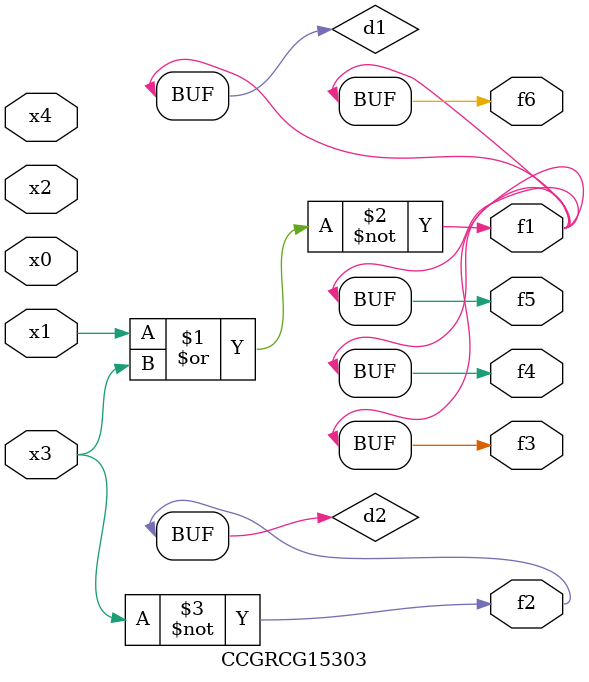
<source format=v>
module CCGRCG15303(
	input x0, x1, x2, x3, x4,
	output f1, f2, f3, f4, f5, f6
);

	wire d1, d2;

	nor (d1, x1, x3);
	not (d2, x3);
	assign f1 = d1;
	assign f2 = d2;
	assign f3 = d1;
	assign f4 = d1;
	assign f5 = d1;
	assign f6 = d1;
endmodule

</source>
